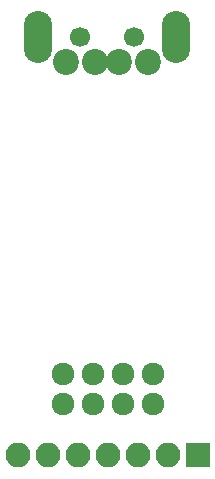
<source format=gbr>
G04 #@! TF.GenerationSoftware,KiCad,Pcbnew,(5.0.0)*
G04 #@! TF.CreationDate,2018-12-19T13:36:55-06:00*
G04 #@! TF.ProjectId,ESP-01_Flasher_Hardware,4553502D30315F466C61736865725F48,rev?*
G04 #@! TF.SameCoordinates,Original*
G04 #@! TF.FileFunction,Soldermask,Bot*
G04 #@! TF.FilePolarity,Negative*
%FSLAX46Y46*%
G04 Gerber Fmt 4.6, Leading zero omitted, Abs format (unit mm)*
G04 Created by KiCad (PCBNEW (5.0.0)) date 12/19/18 13:36:55*
%MOMM*%
%LPD*%
G01*
G04 APERTURE LIST*
%ADD10R,2.100000X2.100000*%
%ADD11O,2.100000X2.100000*%
%ADD12C,2.200000*%
%ADD13C,1.700000*%
%ADD14O,2.400000X4.400000*%
%ADD15C,1.924000*%
G04 APERTURE END LIST*
D10*
G04 #@! TO.C,J1*
X122936000Y-91694000D03*
D11*
X120396000Y-91694000D03*
X117856000Y-91694000D03*
X115316000Y-91694000D03*
X112776000Y-91694000D03*
X110236000Y-91694000D03*
X107696000Y-91694000D03*
G04 #@! TD*
D12*
G04 #@! TO.C,J2*
X118760000Y-58420000D03*
X116260000Y-58420000D03*
X111760000Y-58420000D03*
X114260000Y-58420000D03*
D13*
X112960000Y-56290000D03*
X117560000Y-56290000D03*
D14*
X109410000Y-56290000D03*
X121110000Y-56290000D03*
G04 #@! TD*
D15*
G04 #@! TO.C,U1*
X119126000Y-87376000D03*
X119126000Y-84836000D03*
X116586000Y-87376000D03*
X116586000Y-84836000D03*
X114046000Y-87376000D03*
X114046000Y-84836000D03*
X111506000Y-87376000D03*
X111506000Y-84836000D03*
G04 #@! TD*
M02*

</source>
